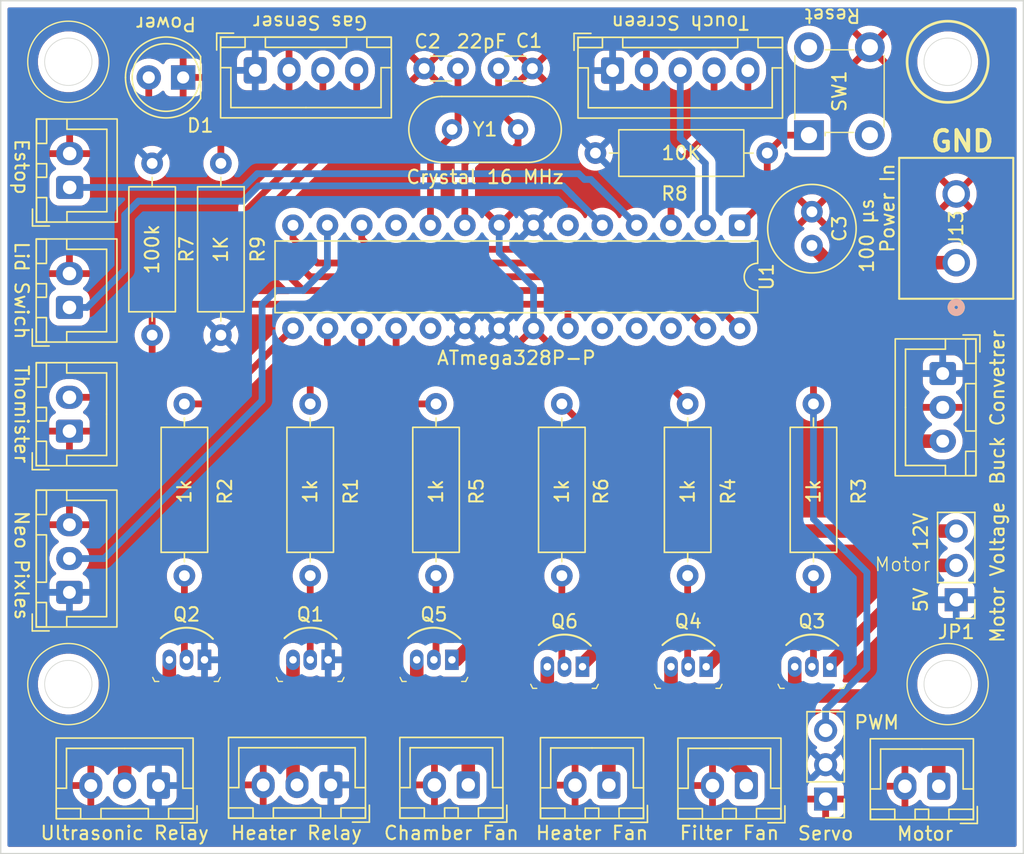
<source format=kicad_pcb>
(kicad_pcb (version 20241229) (generator "pcbnew") (generator_version "9.0")
  (layers (0 "F.Cu" signal) (2 "B.Cu" signal) (13 "F.Paste" user) (15 "B.Paste" user) (5 "F.SilkS" user "F.Silkscreen") (7 "B.SilkS" user "B.Silkscreen") (1 "F.Mask" user) (3 "B.Mask" user) (25 "Edge.Cuts" user))
  (net 0 "")
  (net 1 "Net-(J1-Pin_2)")
  (net 2 "+5V")
  (net 3 "GND")
  (net 4 "+12V")
  (net 5 "A4")
  (net 6 "A5")
  (net 7 "Net-(J4-Pin_1)")
  (net 8 "Net-(J5-Pin_1)")
  (net 9 "Net-(J6-Pin_1)")
  (net 10 "Net-(J7-Pin_1)")
  (net 11 "Net-(J8-Pin_2)")
  (net 12 "Net-(U1-XTAL1{slash}PB6)")
  (net 13 "Net-(U1-XTAL2{slash}PB7)")
  (net 14 "D2")
  (net 15 "Reset")
  (net 16 "TX")
  (net 17 "RX")
  (net 18 "Net-(Q1-B)")
  (net 19 "Net-(Q2-B)")
  (net 20 "Net-(Q3-B)")
  (net 21 "Net-(Q4-B)")
  (net 22 "Net-(Q5-B)")
  (net 23 "Net-(Q6-B)")
  (net 24 "D9")
  (net 25 "D10")
  (net 26 "D7")
  (net 27 "D11")
  (net 28 "D12")
  (net 29 "D8")
  (net 31 "A0")
  (net 35 "D6")
  (net 36 "D3")
  (net 39 "Net-(JP1-C)")
  (net 42 "Net-(D1-A)")
  (footprint "Connector_JST:JST_XH_B3B-XH-A_1x03_P2.50mm_Vertical" (layer "F.Cu") (at 229.633 95.544 -90)
    (property "Reference" "J12" (hide yes))
    (property "Value" "Buck Convetrer" (at 2.5 -4.047 90) (layer "F.SilkS"))
    (pad "1" thru_hole roundrect (at 0 0 270) (size 1.7 1.95) (drill 0.95) (layers "*.Cu" "*.Mask") (roundrect_rratio 0.147059) (net 2 "+5V"))
    (pad "2" thru_hole oval (at 2.5 0 270) (size 1.7 1.95) (drill 0.95) (layers "*.Cu" "*.Mask") (net 3 "GND"))
    (pad "3" thru_hole oval (at 5 0 270) (size 1.7 1.95) (drill 0.95) (layers "*.Cu" "*.Mask") (net 4 "+12V"))
  )
  (footprint "Connector_JST:JST_XH_B2B-XH-A_1x02_P2.50mm_Vertical" (layer "F.Cu") (at 165.083 90.658 90)
    (property "Reference" "J14" (hide yes))
    (property "Value" "Lid Swich" (at 1.25 -3.539 270) (layer "F.SilkS"))
    (pad "1" thru_hole roundrect (at 0 0 90) (size 1.7 2) (drill 1) (layers "*.Cu" "*.Mask") (roundrect_rratio 0.147059) (net 36 "D3"))
    (pad "2" thru_hole oval (at 2.5 0 90) (size 1.7 2) (drill 1) (layers "*.Cu" "*.Mask") (net 3 "GND"))
  )
  (footprint "Connector_JST:JST_XH_B2B-XH-A_1x02_P2.50mm_Vertical" (layer "F.Cu") (at 204.958 125.970002 180)
    (property "Reference" "J7")
    (property "Value" "Heater Fan" (at 1.25 -3.539 0) (layer "F.SilkS"))
    (pad "1" thru_hole roundrect (at 0 0 180) (size 1.7 2) (drill 1) (layers "*.Cu" "*.Mask") (roundrect_rratio 0.147059) (net 10 "Net-(J7-Pin_1)"))
    (pad "2" thru_hole oval (at 2.5 0 180) (size 1.7 2) (drill 1) (layers "*.Cu" "*.Mask") (net 3 "GND"))
  )
  (footprint "Connector_JST:JST_XH_B3B-XH-A_1x03_P2.50mm_Vertical" (layer "F.Cu") (at 184.404 125.953002 180)
    (property "Reference" "J1")
    (property "Value" "Heater Relay" (at 2.54 -3.556 0) (layer "F.SilkS"))
    (pad "1" thru_hole roundrect (at 0 0 180) (size 1.7 1.95) (drill 0.95) (layers "*.Cu" "*.Mask") (roundrect_rratio 0.147059) (net 2 "+5V"))
    (pad "2" thru_hole oval (at 2.5 0 180) (size 1.7 1.95) (drill 0.95) (layers "*.Cu" "*.Mask") (net 1 "Net-(J1-Pin_2)"))
    (pad "3" thru_hole oval (at 5 0 180) (size 1.7 1.95) (drill 0.95) (layers "*.Cu" "*.Mask") (net 3 "GND"))
  )
  (footprint "Connector_JST:JST_XH_B3B-XH-A_1x03_P2.50mm_Vertical" (layer "F.Cu") (at 171.664 126.001 180)
    (property "Reference" "J8")
    (property "Value" "Ultrasonic Relay" (at 2.5 -3.508002 180) (layer "F.SilkS"))
    (pad "1" thru_hole roundrect (at 0 0 180) (size 1.7 1.95) (drill 0.95) (layers "*.Cu" "*.Mask") (roundrect_rratio 0.147059) (net 2 "+5V"))
    (pad "2" thru_hole oval (at 2.5 0 180) (size 1.7 1.95) (drill 0.95) (layers "*.Cu" "*.Mask") (net 11 "Net-(J8-Pin_2)"))
    (pad "3" thru_hole oval (at 5 0 180) (size 1.7 1.95) (drill 0.95) (layers "*.Cu" "*.Mask") (net 3 "GND"))
  )
  (footprint "Connector_JST:JST_XH_B4B-XH-A_1x04_P2.50mm_Vertical" (layer "F.Cu") (at 178.816 73.135)
    (property "Reference" "J3" (hide yes))
    (property "Value" "Gas Senser" (at 4.064 -3.539 180) (layer "F.SilkS"))
    (pad "1" thru_hole roundrect (at 0 0) (size 1.7 1.95) (drill 0.95) (layers "*.Cu" "*.Mask") (roundrect_rratio 0.147059) (net 2 "+5V"))
    (pad "2" thru_hole oval (at 2.5 0) (size 1.7 1.95) (drill 0.95) (layers "*.Cu" "*.Mask") (net 3 "GND"))
    (pad "3" thru_hole oval (at 5 0) (size 1.7 1.95) (drill 0.95) (layers "*.Cu" "*.Mask") (net 5 "A4"))
    (pad "4" thru_hole oval (at 7.5 0) (size 1.7 1.95) (drill 0.95) (layers "*.Cu" "*.Mask") (net 6 "A5"))
  )
  (footprint "Capacitor_THT:C_Disc_D3.0mm_W1.6mm_P2.50mm" (layer "F.Cu") (at 196.804 73)
    (property "Reference" "C1" (at 2.25 -2.05 0) (layer "F.SilkS"))
    (property "Value" "22pF" (hide yes))
    (pad "1" thru_hole circle (at 0 0) (size 1.6 1.6) (drill 0.8) (layers "*.Cu" "*.Mask") (net 12 "Net-(U1-XTAL1{slash}PB6)"))
    (pad "2" thru_hole circle (at 2.5 0) (size 1.6 1.6) (drill 0.8) (layers "*.Cu" "*.Mask") (net 3 "GND"))
  )
  (footprint "digikey-footprints:2n2222" (layer "F.Cu") (at 181.61 116.707)
    (property "Reference" "Q1" (at 1.27 -3.35 0) (layer "F.SilkS"))
    (property "Value" "2N2222A")
    (pad "1" thru_hole rect (at 2.6 0 180) (size 1 1.5) (drill 0.55) (layers "*.Cu" "*.Mask") (net 2 "+5V"))
    (pad "2" thru_hole oval (at 1.27 0 180) (size 1 1.5) (drill 0.55) (layers "*.Cu" "*.Mask") (net 18 "Net-(Q1-B)"))
    (pad "3" thru_hole oval (at 0 0 180) (size 1 1.5) (drill 0.55) (layers "*.Cu" "*.Mask") (net 1 "Net-(J1-Pin_2)"))
  )
  (footprint "Crystal:Crystal_HC49-4H_Vertical" (layer "F.Cu") (at 193.364 77.5)
    (property "Reference" "Y1" (at 2.44 0 0) (layer "F.SilkS"))
    (property "Value" "Crystal 16 MHz" (at 2.44 3.52 0) (layer "F.SilkS"))
    (pad "1" thru_hole circle (at 0 0) (size 1.5 1.5) (drill 0.8) (layers "*.Cu" "*.Mask") (net 13 "Net-(U1-XTAL2{slash}PB7)"))
    (pad "2" thru_hole circle (at 4.88 0) (size 1.5 1.5) (drill 0.8) (layers "*.Cu" "*.Mask") (net 12 "Net-(U1-XTAL1{slash}PB6)"))
  )
  (footprint "Resistor_THT:R_Axial_DIN0309_L9.0mm_D3.2mm_P12.70mm_Horizontal" (layer "F.Cu") (at 182.88 110.49 90)
    (property "Reference" "R1" (at 6.234 3 90) (layer "F.SilkS"))
    (property "Value" "1k" (at 6.234 0 90) (layer "F.SilkS"))
    (pad "1" thru_hole circle (at 0 0 90) (size 1.6 1.6) (drill 0.8) (layers "*.Cu" "*.Mask") (net 18 "Net-(Q1-B)"))
    (pad "2" thru_hole circle (at 12.7 0 90) (size 1.6 1.6) (drill 0.8) (layers "*.Cu" "*.Mask") (net 25 "D10"))
  )
  (footprint "Package_DIP:DIP-28_W7.62mm" (layer "F.Cu") (at 214.63 84.587 -90)
    (property "Reference" "U1" (hide yes))
    (property "Value" "ATmega328P-P" (at 9.805 16.51 180) (layer "F.SilkS"))
    (fp_text user "${REFERENCE}" (at 3.805 -1.99 90) (layer "F.SilkS"))
    (pad "1" thru_hole roundrect (at 0 0 270) (size 1.6 1.6) (drill 0.8) (layers "*.Cu" "*.Mask") (roundrect_rratio 0.15625) (net 15 "Reset"))
    (pad "2" thru_hole circle (at 0 2.54 270) (size 1.6 1.6) (drill 0.8) (layers "*.Cu" "*.Mask") (net 17 "RX"))
    (pad "3" thru_hole circle (at 0 5.08 270) (size 1.6 1.6) (drill 0.8) (layers "*.Cu" "*.Mask") (net 16 "TX"))
    (pad "4" thru_hole circle (at 0 7.62 270) (size 1.6 1.6) (drill 0.8) (layers "*.Cu" "*.Mask") (net 14 "D2"))
    (pad "5" thru_hole circle (at 0 10.16 270) (size 1.6 1.6) (drill 0.8) (layers "*.Cu" "*.Mask") (net 36 "D3"))
    (pad "6" thru_hole circle (at 0 12.7 270) (size 1.6 1.6) (drill 0.8) (layers "*.Cu" "*.Mask"))
    (pad "7" thru_hole circle (at 0 15.24 270) (size 1.6 1.6) (drill 0.8) (layers "*.Cu" "*.Mask") (net 2 "+5V"))
    (pad "8" thru_hole circle (at 0 17.78 270) (size 1.6 1.6) (drill 0.8) (layers "*.Cu" "*.Mask") (net 3 "GND"))
    (pad "9" thru_hole circle (at 0 20.32 270) (size 1.6 1.6) (drill 0.8) (layers "*.Cu" "*.Mask") (net 12 "Net-(U1-XTAL1{slash}PB6)"))
    (pad "10" thru_hole circle (at 0 22.86 270) (size 1.6 1.6) (drill 0.8) (layers "*.Cu" "*.Mask") (net 13 "Net-(U1-XTAL2{slash}PB7)"))
    (pad "11" thru_hole circle (at 0 25.4 270) (size 1.6 1.6) (drill 0.8) (layers "*.Cu" "*.Mask"))
    (pad "12" thru_hole circle (at 0 27.94 270) (size 1.6 1.6) (drill 0.8) (layers "*.Cu" "*.Mask") (net 35 "D6"))
    (pad "13" thru_hole circle (at 0 30.48 270) (size 1.6 1.6) (drill 0.8) (layers "*.Cu" "*.Mask") (net 26 "D7"))
    (pad "14" thru_hole circle (at 0 33.02 270) (size 1.6 1.6) (drill 0.8) (layers "*.Cu" "*.Mask") (net 29 "D8"))
    (pad "15" thru_hole circle (at 7.62 33.02 270) (size 1.6 1.6) (drill 0.8) (layers "*.Cu" "*.Mask") (net 24 "D9"))
    (pad "16" thru_hole circle (at 7.62 30.48 270) (size 1.6 1.6) (drill 0.8) (layers "*.Cu" "*.Mask") (net 25 "D10"))
    (pad "17" thru_hole circle (at 7.62 27.94 270) (size 1.6 1.6) (drill 0.8) (layers "*.Cu" "*.Mask") (net 27 "D11"))
    (pad "18" thru_hole circle (at 7.62 25.4 270) (size 1.6 1.6) (drill 0.8) (layers "*.Cu" "*.Mask") (net 28 "D12"))
    (pad "19" thru_hole circle (at 7.62 22.86 270) (size 1.6 1.6) (drill 0.8) (layers "*.Cu" "*.Mask"))
    (pad "20" thru_hole circle (at 7.62 20.32 270) (size 1.6 1.6) (drill 0.8) (layers "*.Cu" "*.Mask") (net 2 "+5V"))
    (pad "21" thru_hole circle (at 7.62 17.78 270) (size 1.6 1.6) (drill 0.8) (layers "*.Cu" "*.Mask") (net 2 "+5V"))
    (pad "22" thru_hole circle (at 7.62 15.24 270) (size 1.6 1.6) (drill 0.8) (layers "*.Cu" "*.Mask") (net 3 "GND"))
    (pad "23" thru_hole circle (at 7.62 12.7 270) (size 1.6 1.6) (drill 0.8) (layers "*.Cu" "*.Mask") (net 31 "A0"))
    (pad "24" thru_hole circle (at 7.62 10.16 270) (size 1.6 1.6) (drill 0.8) (layers "*.Cu" "*.Mask"))
    (pad "25" thru_hole circle (at 7.62 7.62 270) (size 1.6 1.6) (drill 0.8) (layers "*.Cu" "*.Mask"))
    (pad "26" thru_hole circle (at 7.62 5.08 270) (size 1.6 1.6) (drill 0.8) (layers "*.Cu" "*.Mask"))
    (pad "27" thru_hole circle (at 7.62 2.54 270) (size 1.6 1.6) (drill 0.8) (layers "*.Cu" "*.Mask") (net 5 "A4"))
    (pad "28" thru_hole circle (at 7.62 0 270) (size 1.6 1.6) (drill 0.8) (layers "*.Cu" "*.Mask") (net 6 "A5"))
  )
  (footprint "digikey-footprints:2n2222" (layer "F.Cu") (at 190.754 116.707)
    (property "Reference" "Q5" (at 1.27 -3.35 0) (layer "F.SilkS"))
    (property "Value" "2N2222A")
    (pad "1" thru_hole rect (at 2.6 0 180) (size 1 1.5) (drill 0.55) (layers "*.Cu" "*.Mask") (net 4 "+12V"))
    (pad "2" thru_hole oval (at 1.27 0 180) (size 1 1.5) (drill 0.55) (layers "*.Cu" "*.Mask") (net 22 "Net-(Q5-B)"))
    (pad "3" thru_hole oval (at 0 0 180) (size 1 1.5) (drill 0.55) (layers "*.Cu" "*.Mask") (net 9 "Net-(J6-Pin_1)"))
  )
  (footprint "digikey-footprints:2n2222" (layer "F.Cu") (at 200.406 117.215)
    (property "Reference" "Q6" (at 1.27 -3.35 0) (layer "F.SilkS"))
    (property "Value" "2N2222A")
    (pad "1" thru_hole rect (at 2.6 0 180) (size 1 1.5) (drill 0.55) (layers "*.Cu" "*.Mask") (net 4 "+12V"))
    (pad "2" thru_hole oval (at 1.27 0 180) (size 1 1.5) (drill 0.55) (layers "*.Cu" "*.Mask") (net 23 "Net-(Q6-B)"))
    (pad "3" thru_hole oval (at 0 0 180) (size 1 1.5) (drill 0.55) (layers "*.Cu" "*.Mask") (net 10 "Net-(J7-Pin_1)"))
  )
  (footprint "digikey-footprints:Switch_Tactile_THT_6x6mm" (layer "F.Cu") (at 219.746 77.926 90)
    (property "Reference" "SW1" (at 3.25 2.25 90) (layer "F.SilkS"))
    (property "Value" "Reset" (at 8.838 1.75 180) (layer "F.SilkS"))
    (pad "1" thru_hole rect (at 0 0 90) (size 2.2 2.2) (drill 1.2) (layers "*.Cu" "*.Mask") (net 15 "Reset"))
    (pad "2" thru_hole circle (at 6.5 0 90) (size 2.2 2.2) (drill 1.2) (layers "*.Cu" "*.Mask"))
    (pad "3" thru_hole circle (at 0 4.5 90) (size 2.2 2.2) (drill 1.2) (layers "*.Cu" "*.Mask"))
    (pad "4" thru_hole circle (at 6.5 4.5 90) (size 2.2 2.2) (drill 1.2) (layers "*.Cu" "*.Mask") (net 3 "GND"))
  )
  (footprint "Capacitor_THT:C_Disc_D3.0mm_W1.6mm_P2.50mm" (layer "F.Cu") (at 193.804 73 180)
    (property "Reference" "C2" (at 2.25 2 0) (layer "F.SilkS"))
    (property "Value" "22pF" (at -1.75 2 0) (layer "F.SilkS"))
    (pad "1" thru_hole circle (at 0 0 180) (size 1.6 1.6) (drill 0.8) (layers "*.Cu" "*.Mask") (net 13 "Net-(U1-XTAL2{slash}PB7)"))
    (pad "2" thru_hole circle (at 2.5 0 180) (size 1.6 1.6) (drill 0.8) (layers "*.Cu" "*.Mask") (net 3 "GND"))
  )
  (footprint "Connector_JST:JST_XH_B2B-XH-A_1x02_P2.50mm_Vertical" (layer "F.Cu") (at 194.564 125.953002 180)
    (property "Reference" "J6")
    (property "Value" "Chamber Fan" (at 1.25 -3.556 0) (layer "F.SilkS"))
    (pad "1" thru_hole roundrect (at 0 0 180) (size 1.7 2) (drill 1) (layers "*.Cu" "*.Mask") (roundrect_rratio 0.147059) (net 9 "Net-(J6-Pin_1)"))
    (pad "2" thru_hole oval (at 2.5 0 180) (size 1.7 2) (drill 1) (layers "*.Cu" "*.Mask") (net 3 "GND"))
  )
  (footprint "Resistor_THT:R_Axial_DIN0309_L9.0mm_D3.2mm_P12.70mm_Horizontal" (layer "F.Cu") (at 220.08 110.49 90)
    (property "Reference" "R3" (at 6.234 3.344144 90) (layer "F.SilkS"))
    (property "Value" "1k" (at 6.234 0 90) (layer "F.SilkS"))
    (pad "1" thru_hole circle (at 0 0 90) (size 1.6 1.6) (drill 0.8) (layers "*.Cu" "*.Mask") (net 20 "Net-(Q3-B)"))
    (pad "2" thru_hole circle (at 12.7 0 90) (size 1.6 1.6) (drill 0.8) (layers "*.Cu" "*.Mask") (net 35 "D6"))
  )
  (footprint "Resistor_THT:R_Axial_DIN0309_L9.0mm_D3.2mm_P12.70mm_Horizontal" (layer "F.Cu") (at 201.48 110.49 90)
    (property "Reference" "R6" (at 6.234 2.90473 90) (layer "F.SilkS"))
    (property "Value" "1k" (at 6.234 0 90) (layer "F.SilkS"))
    (pad "1" thru_hole circle (at 0 0 90) (size 1.6 1.6) (drill 0.8) (layers "*.Cu" "*.Mask") (net 23 "Net-(Q6-B)"))
    (pad "2" thru_hole circle (at 12.7 0 90) (size 1.6 1.6) (drill 0.8) (layers "*.Cu" "*.Mask") (net 29 "D8"))
  )
  (footprint "Connector_JST:JST_XH_B3B-XH-A_1x03_P2.50mm_Vertical" (layer "F.Cu") (at 165.083 111.72 90)
    (property "Reference" "J2" (hide yes))
    (property "Value" "Neo Pixles" (at 1.992 -3.539 270) (layer "F.SilkS"))
    (pad "1" thru_hole roundrect (at 0 0 90) (size 1.7 1.95) (drill 0.95) (layers "*.Cu" "*.Mask") (roundrect_rratio 0.147059) (net 2 "+5V"))
    (pad "2" thru_hole oval (at 2.5 0 90) (size 1.7 1.95) (drill 0.95) (layers "*.Cu" "*.Mask") (net 26 "D7"))
    (pad "3" thru_hole oval (at 5 0 90) (size 1.7 1.95) (drill 0.95) (layers "*.Cu" "*.Mask") (net 3 "GND"))
  )
  (footprint "LED_THT:LED_D5.0mm" (layer "F.Cu") (at 173.487 73.66 180)
    (property "Reference" "D1" (at -1.265 -3.556 0) (layer "F.SilkS"))
    (property "Value" "Power" (at 1.27 3.96 180) (layer "F.SilkS"))
    (pad "1" thru_hole rect (at 0 0 180) (size 1.8 1.8) (drill 0.9) (layers "*.Cu" "*.Mask") (net 3 "GND"))
    (pad "2" thru_hole circle (at 2.54 0 180) (size 1.8 1.8) (drill 0.9) (layers "*.Cu" "*.Mask") (net 42 "Net-(D1-A)"))
  )
  (footprint "Connector_PinHeader_2.54mm:PinHeader_1x03_P2.54mm_Vertical" (layer "F.Cu") (at 230.632 112.268 180)
    (property "Reference" "JP1" (at 0 -2.38 0) (layer "F.SilkS"))
    (property "Value" "Motor Voltage" (at -3.048 2.04 90) (layer "F.SilkS"))
    (pad "1" thru_hole rect (at 0 0 180) (size 1.7 1.7) (drill 1) (layers "*.Cu" "*.Mask") (net 2 "+5V"))
    (pad "2" thru_hole circle (at 0 2.54 180) (size 1.7 1.7) (drill 1) (layers "*.Cu" "*.Mask") (net 39 "Net-(JP1-C)"))
    (pad "3" thru_hole circle (at 0 5.08 180) (size 1.7 1.7) (drill 1) (layers "*.Cu" "*.Mask") (net 4 "+12V"))
  )
  (footprint "digikey-footprints:2n2222" (layer "F.Cu") (at 172.466 116.707)
    (property "Reference" "Q2" (at 1.27 -3.35 0) (layer "F.SilkS"))
    (property "Value" "2N2222A")
    (pad "1" thru_hole rect (at 2.6 0 180) (size 1 1.5) (drill 0.55) (layers "*.Cu" "*.Mask") (net 2 "+5V"))
    (pad "2" thru_hole oval (at 1.27 0 180) (size 1 1.5) (drill 0.55) (layers "*.Cu" "*.Mask") (net 19 "Net-(Q2-B)"))
    (pad "3" thru_hole oval (at 0 0 180) (size 1 1.5) (drill 0.55) (layers "*.Cu" "*.Mask") (net 11 "Net-(J8-Pin_2)"))
  )
  (footprint "Capacitor_THT:C_Radial_D6.3mm_H7.0mm_P2.50mm" (layer "F.Cu") (at 219.964 83.586 -90)
    (property "Reference" "C3" (at 1.25 -2.032 270) (layer "F.SilkS"))
    (property "Value" "100 μs" (at 1.758 -4.064 270) (layer "F.SilkS"))
    (pad "1" thru_hole circle (at 0 0 270) (size 1.6 1.6) (drill 0.8) (layers "*.Cu" "*.Mask") (net 3 "GND"))
    (pad "2" thru_hole circle (at 2.5 0 270) (size 1.6 1.6) (drill 0.8) (layers "*.Cu" "*.Mask") (net 4 "+12V"))
  )
  (footprint "Connector_JST:JST_XH_B2B-XH-A_1x02_P2.50mm_Vertical" (layer "F.Cu") (at 215.118 126.001 180)
    (property "Reference" "J5")
    (property "Value" "Filter Fan" (at 1.25 -3.508002 0) (layer "F.SilkS"))
    (pad "1" thru_hole roundrect (at 0 0 180) (size 1.7 2) (drill 1) (layers "*.Cu" "*.Mask") (roundrect_rratio 0.147059) (net 8 "Net-(J5-Pin_1)"))
    (pad "2" thru_hole oval (at 2.5 0 180) (size 1.7 2) (drill 1) (layers "*.Cu" "*.Mask") (net 3 "GND"))
  )
  (footprint "Resistor_THT:R_Axial_DIN0309_L9.0mm_D3.2mm_P12.70mm_Horizontal" (layer "F.Cu") (at 173.58 110.49 90)
    (property "Reference" "R2" (at 6.234 3 90) (layer "F.SilkS"))
    (property "Value" "1k" (at 6.234 0 90) (layer "F.SilkS"))
    (pad "1" thru_hole circle (at 0 0 90) (size 1.6 1.6) (drill 0.8) (layers "*.Cu" "*.Mask") (net 19 "Net-(Q2-B)"))
    (pad "2" thru_hole circle (at 12.7 0 90) (size 1.6 1.6) (drill 0.8) (layers "*.Cu" "*.Mask") (net 24 "D9"))
  )
  (footprint "digikey-footprints:2n2222" (layer "F.Cu") (at 209.55 117.215)
    (property "Reference" "Q4" (at 1.27 -3.35 0) (layer "F.SilkS"))
    (property "Value" "2N2222A")
    (pad "1" thru_hole rect (at 2.6 0 180) (size 1 1.5) (drill 0.55) (layers "*.Cu" "*.Mask") (net 4 "+12V"))
    (pad "2" thru_hole oval (at 1.27 0 180) (size 1 1.5) (drill 0.55) (layers "*.Cu" "*.Mask") (net 21 "Net-(Q4-B)"))
    (pad "3" thru_hole oval (at 0 0 180) (size 1 1.5) (drill 0.55) (layers "*.Cu" "*.Mask") (net 8 "Net-(J5-Pin_1)"))
  )
  (footprint "Resistor_THT:R_Axial_DIN0309_L9.0mm_D3.2mm_P12.70mm_Horizontal" (layer "F.Cu") (at 171.196 92.71 90)
    (property "Reference" "R7" (at 6.35 2.54 90) (layer "F.SilkS"))
    (property "Value" "100k" (at 6.35 0 90) (layer "F.SilkS"))
    (pad "1" thru_hole circle (at 0 0 90) (size 1.6 1.6) (drill 0.8) (layers "*.Cu" "*.Mask") (net 31 "A0"))
    (pad "2" thru_hole circle (at 12.7 0 90) (size 1.6 1.6) (drill 0.8) (layers "*.Cu" "*.Mask") (net 2 "+5V"))
  )
  (footprint "Connector_JST:JST_XH_B2B-XH-A_1x02_P2.50mm_Vertical" (layer "F.Cu") (at 229.342 126.051998 180)
    (property "Reference" "J4")
    (property "Value" "Motor" (at 1.016 -3.508002 0) (layer "F.SilkS"))
    (pad "1" thru_hole roundrect (at 0 0 180) (size 1.7 2) (drill 1) (layers "*.Cu" "*.Mask") (roundrect_rratio 0.147059) (net 7 "Net-(J4-Pin_1)"))
    (pad "2" thru_hole oval (at 2.5 0 180) (size 1.7 2) (drill 1) (layers "*.Cu" "*.Mask") (net 3 "GND"))
  )
  (footprint "Resistor_THT:R_Axial_DIN0309_L9.0mm_D3.2mm_P12.70mm_Horizontal" (layer "F.Cu") (at 192.18 110.49 90)
    (property "Reference" "R5" (at 6.234 3 90) (layer "F.SilkS"))
    (property "Value" "1k" (at 6.234 0 90) (layer "F.SilkS"))
    (pad "1" thru_hole circle (at 0 0 90) (size 1.6 1.6) (drill 0.8) (layers "*.Cu" "*.Mask") (net 22 "Net-(Q5-B)"))
    (pad "2" thru_hole circle (at 12.7 0 90) (size 1.6 1.6) (drill 0.8) (layers "*.Cu" "*.Mask") (net 27 "D11"))
  )
  (footprint "Connector_PinHeader_2.54mm:PinHeader_1x03_P2.54mm_Vertical" (layer "F.Cu") (at 220.98 127 180)
    (property "Reference" "J15" (hide yes))
    (property "Value" "Servo" (at 0 -2.54 0) (layer "F.SilkS"))
    (pad "1" thru_hole rect (at 0 0 180) (size 1.7 1.7) (drill 1) (layers "*.Cu" "*.Mask") (net 3 "GND"))
    (pad "2" thru_hole circle (at 0 2.54 180) (size 1.7 1.7) (drill 1) (layers "*.Cu" "*.Mask") (net 2 "+5V"))
    (pad "3" thru_hole circle (at 0 5.08 180) (size 1.7 1.7) (drill 1) (layers "*.Cu" "*.Mask") (net 35 "D6"))
  )
  (footprint "Connector_JST:JST_XH_B5B-XH-A_1x05_P2.50mm_Vertical" (layer "F.Cu") (at 205.232 73.152)
    (property "Reference" "J11" (hide yes))
    (property "Value" "Touch Screen" (at 5 -3.556 180) (layer "F.SilkS"))
    (pad "1" thru_hole roundrect (at 0 0) (size 1.7 1.95) (drill 0.95) (layers "*.Cu" "*.Mask") (roundrect_rratio 0.147059) (net 2 "+5V"))
    (pad "2" thru_hole oval (at 2.5 0) (size 1.7 1.95) (drill 0.95) (layers "*.Cu" "*.Mask") (net 3 "GND"))
    (pad "3" thru_hole oval (at 5 0) (size 1.7 1.95) (drill 0.95) (layers "*.Cu" "*.Mask") (net 17 "RX"))
    (pad "4" thru_hole oval (at 7.5 0) (size 1.7 1.95) (drill 0.95) (layers "*.Cu" "*.Mask") (net 16 "TX"))
    (pad "5" thru_hole oval (at 10 0) (size 1.7 1.95) (drill 0.95) (layers "*.Cu" "*.Mask") (net 15 "Reset"))
  )
  (footprint "Connector_JST:JST_XH_B2B-XH-A_1x02_P2.50mm_Vertical" (layer "F.Cu") (at 165.083 99.802 90)
    (property "Reference" "J9" (hide yes))
    (property "Value" "Thomister" (at 1.25 -3.539 270) (layer "F.SilkS"))
    (pad "1" thru_hole roundrect (at 0 0 90) (size 1.7 2) (drill 1) (layers "*.Cu" "*.Mask") (roundrect_rratio 0.147059) (net 3 "GND"))
    (pad "2" thru_hole oval (at 2.5 0 90) (size 1.7 2) (drill 1) (layers "*.Cu" "*.Mask") (net 31 "A0"))
  )
  (footprint "Resistor_THT:R_Axial_DIN0309_L9.0mm_D3.2mm_P12.70mm_Horizontal" (layer "F.Cu") (at 176.276 80.01 -90)
    (property "Reference" "R9" (at 6.35 -2.72 90) (layer "F.SilkS"))
    (property "Value" "1K" (at 6.35 0 90) (layer "F.SilkS"))
    (pad "1" thru_hole circle (at 0 0 270) (size 1.6 1.6) (drill 0.8) (layers "*.Cu" "*.Mask") (net 42 "Net-(D1-A)"))
    (pad "2" thru_hole circle (at 12.7 0 270) (size 1.6 1.6) (drill 0.8) (layers "*.Cu" "*.Mask") (net 2 "+5V"))
  )
  (footprint "Resistor_THT:R_Axial_DIN0309_L9.0mm_D3.2mm_P12.70mm_Horizontal" (layer "F.Cu") (at 210.78 110.49 90)
    (property "Reference" "R4" (at 6.234 3 90) (layer "F.SilkS"))
    (property "Value" "1k" (at 6.234 0 90) (layer "F.SilkS"))
    (pad "1" thru_hole circle (at 0 0 90) (size 1.6 1.6) (drill 0.8) (layers "*.Cu" "*.Mask") (net 21 "Net-(Q4-B)"))
    (pad "2" thru_hole circle (at 12.7 0 90) (size 1.6 1.6) (drill 0.8) (layers "*.Cu" "*.Mask") (net 28 "D12"))
  )
  (footprint "Connector_JST:JST_XH_B2B-XH-A_1x02_P2.50mm_Vertical" (layer "F.Cu") (at 165.1 81.788 90)
    (property "Reference" "J10" (hide yes))
    (property "Value" "Estop" (at 1.524 -3.556 270) (layer "F.SilkS"))
    (pad "1" thru_hole roundrect (at 0 0 90) (size 1.7 2) (drill 1) (layers "*.Cu" "*.Mask") (roundrect_rratio 0.147059) (net 14 "D2"))
    (pad "2" thru_hole oval (at 2.5 0 90) (size 1.7 2) (drill 1) (layers "*.Cu" "*.Mask") (net 3 "GND"))
  )
  (footprint "Resistor_THT:R_Axial_DIN0309_L9.0mm_D3.2mm_P12.70mm_Horizontal" (layer "F.Cu") (at 216.662 79.248 180)
    (property "Reference" "R8" (at 6.85 -3 0) (layer "F.SilkS"))
    (property "Value" "10K" (at 6.35 0 0) (layer "F.SilkS"))
    (pad "1" thru_hole circle (at 0 0 180) (size 1.6 1.6) (drill 0.8) (layers "*.Cu" "*.Mask") (net 15 "Reset"))
    (pad "2" thru_hole circle (at 12.7 0 180) (size 1.6 1.6) (drill 0.8) (layers "*.Cu" "*.Mask") (net 2 "+5V"))
  )
  (footprint "digikey-footprints:2n2222" (layer "F.Cu") (at 218.694 117.215)
    (property "Reference" "Q3" (at 1.27 -3.35 0) (layer "F.SilkS"))
    (property "Value" "2N2222A")
    (pad "1" thru_hole rect (at 2.6 0 180) (size 1 1.5) (drill 0.55) (layers "*.Cu" "*.Mask") (net 39 "Net-(JP1-C)"))
    (pad "2" thru_hole oval (at 1.27 0 180) (size 1 1.5) (drill 0.55) (layers "*.Cu" "*.Mask") (net 20 "Net-(Q3-B)"))
    (pad "3" thru_hole oval (at 0 0 180) (size 1 1.5) (drill 0.55) (layers "*.Cu" "*.Mask") (net 7 "Net-(J4-Pin_1)"))
  )
  (footprint "footprints:282837-2_TYC" (layer "F.Cu") (at 230.632 87.3506 90)
    (property "Reference" "J13" (at 2.54 0 90) (layer "F.SilkS"))
    (property "Value" "Power In" (at 4.0386 -5.08 90) (layer "F.SilkS"))
    (pad "1" thru_hole circle (at 0 0 90) (size 2.032 2.032) (drill 1.27) (layers "*.Cu" "*.Mask") (net 4 "+12V"))
    (pad "2" thru_hole circle (at 5.08 0 90) (size 2.032 2.032) (drill 1.27) (layers "*.Cu" "*.Mask") (net 3 "GND"))
  )
  (gr_circle (center 165 72.5) (end 168 72.5) (stroke (width 0.1)) (fill no) (layer "F.SilkS"))
  (gr_circle (center 230 72.5) (end 233 72.5) (stroke (width 0.2)) (fill no) (layer "F.SilkS"))
  (gr_circle (center 165 118.5) (end 168 118.5) (stroke (width 0.1)) (fill no) (layer "F.SilkS"))
  (gr_circle (center 230 118.5) (end 233 118.5) (stroke (width 0.1)) (fill no) (layer "F.SilkS"))
  (gr_circle (center 230 118.5) (end 231.75 118.5) (stroke (width 0.05)) (fill no) (layer "Edge.Cuts"))
  (gr_circle (center 165 118.5) (end 166.75 118.5) (stroke (width 0.05)) (fill no) (layer "Edge.Cuts"))
  (gr_circle (center 230 72.5) (end 231.75 72.5) (stroke (width 0.05)) (fill no) (layer "Edge.Cuts"))
  (gr_circle (center 165 72.5) (end 166.75 72.5) (stroke (width 0.05)) (fill no) (layer "Edge.Cuts"))
  (gr_rect (start 160 67.984) (end 235.596 131.032) (stroke (width 0.1)) (fill no) (layer "Edge.Cuts"))
  (gr_text "PWM" (at 223.012 121.92 0) (layer "F.SilkS") (effects (font (size 1 1)) (justify left bottom)))
  (gr_text "Motor" (at 224.536 110.236 0) (layer "F.SilkS") (effects (font (size 1 1) (thickness 0.1)) (justify left bottom)))
  (gr_text "5V" (at 228.6 113.284 90) (layer "F.SilkS") (effects (font (size 1 1)) (justify left bottom)))
  (gr_text "12V" (at 228.6 108.712 90) (layer "F.SilkS") (effects (font (size 1 1)) (justify left bottom)))
  (gr_text "GND" (at 228.6 79.248 0) (layer "F.SilkS") (effects (font (size 1.5 1.5) (thickness 0.3) (bold yes)) (justify left bottom)))
  (segment (start 181.61 125.659002) (end 181.61 116.707) (width 1) (layer "F.Cu") (net 1))
  (segment (start 181.904 125.953002) (end 181.61 125.659002) (width 1) (layer "F.Cu") (net 1))
  (segment (start 199.39 89.154) (end 199.39 92.207) (width 0.5) (layer "B.Cu") (net 3))
  (segment (start 196.85 86.614) (end 199.39 89.154) (width 0.5) (layer "B.Cu") (net 3))
  (segment (start 196.85 84.587) (end 196.85 86.614) (width 0.5) (layer "B.Cu") (net 3))
  (segment (start 207.772 112.268) (end 207.772 107.188) (width 1) (layer "F.Cu") (net 4))
  (segment (start 203.006 117.034) (end 203.006 117.215) (width 1) (layer "F.Cu") (net 4))
  (segment (start 226.1 100.544) (end 226.06 100.584) (width 1) (layer "F.Cu") (net 4))
  (segment (start 222.827001 107.188) (end 215.392 107.188) (width 1) (layer "F.Cu") (net 4))
  (segment (start 198.12 112.268) (end 198.12 107.188) (width 1) (layer "F.Cu") (net 4))
  (segment (start 215.392 107.188) (end 215.392 113.973) (width 1) (layer "F.Cu") (net 4))
  (segment (start 215.392 113.973) (end 212.15 117.215) (width 1) (layer "F.Cu") (net 4))
  (segment (start 226.0854 87.3506) (end 226.06 87.376) (width 1) (layer "F.Cu") (net 4))
  (segment (start 229.633 100.544) (end 226.1 100.544) (width 1) (layer "F.Cu") (net 4))
  (segment (start 226.06 87.376) (end 226.06 100.584) (width 1) (layer "F.Cu") (net 4))
  (segment (start 230.632 87.3506) (end 226.0854 87.3506) (width 1) (layer "F.Cu") (net 4))
  (segment (start 198.12 107.188) (end 207.772 107.188) (width 1) (layer "F.Cu") (net 4))
  (segment (start 226.06 100.584) (end 226.06 107.188) (width 1) (layer "F.Cu") (net 4))
  (segment (start 215.392 107.188) (end 207.772 107.188) (width 1) (layer "F.Cu") (net 4))
  (segment (start 226.06 87.376) (end 221.254 87.376) (width 1) (layer "F.Cu") (net 4))
  (segment (start 207.772 112.268) (end 203.006 117.034) (width 1) (layer "F.Cu") (net 4))
  (segment (start 193.681 116.707) (end 193.354 116.707) (width 1) (layer "F.Cu") (net 4))
  (segment (start 230.632 107.188) (end 226.06 107.188) (width 1) (layer "F.Cu") (net 4))
  (segment (start 198.12 112.268) (end 193.681 116.707) (width 1) (layer "F.Cu") (net 4))
  (segment (start 226.06 107.188) (end 223.012 107.188) (width 1) (layer "F.Cu") (net 4))
  (segment (start 221.254 87.376) (end 219.964 86.086) (width 1) (layer "F.Cu") (net 4))
  (segment (start 178.308 83.312) (end 178.308 85.344) (width 0.5) (layer "F.Cu") (net 5))
  (segment (start 209.291 89.408) (end 212.09 92.207) (width 0.5) (layer "F.Cu") (net 5))
  (segment (start 183.816 73.135) (end 183.816 77.804) (width 0.5) (layer "F.Cu") (net 5))
  (segment (start 183.816 77.804) (end 178.308 83.312) (width 0.5) (layer "F.Cu") (net 5))
  (segment (start 178.308 85.344) (end 182.372 89.408) (width 0.5) (layer "F.Cu") (net 5))
  (segment (start 182.372 89.408) (end 209.291 89.408) (width 0.5) (layer "F.Cu") (net 5))
  (segment (start 179.324 84.836) (end 179.324 83.82) (width 0.5) (layer "F.Cu") (net 6))
  (segment (start 186.316 76.828) (end 186.316 73.135) (width 0.5) (layer "F.Cu") (net 6))
  (segment (start 179.324 83.82) (end 186.316 76.828) (width 0.5) (layer "F.Cu") (net 6))
  (segment (start 182.88 88.392) (end 179.324 84.836) (width 0.5) (layer "F.Cu") (net 6))
  (segment (start 214.63 92.207) (end 210.815 88.392) (width 0.5) (layer "F.Cu") (net 6))
  (segment (start 210.815 88.392) (end 182.88 88.392) (width 0.5) (layer "F.Cu") (net 6))
  (segment (start 224.536 119.38) (end 219.609 119.38) (width 1) (layer "F.Cu") (net 7))
  (segment (start 219.609 119.38) (end 218.694 118.465) (width 1) (layer "F.Cu") (net 7))
  (segment (start 218.694 118.465) (end 218.694 117.215) (width 1) (layer "F.Cu") (net 7))
  (segment (start 229.342 126.051998) (end 229.342 124.186) (width 1) (layer "F.Cu") (net 7))
  (segment (start 229.342 124.186) (end 224.536 119.38) (width 1) (layer "F.Cu") (net 7))
  (segment (start 215.118 125.202) (end 209.55 119.634) (width 1) (layer "F.Cu") (net 8))
  (segment (start 209.55 119.634) (end 209.55 117.215) (width 1) (layer "F.Cu") (net 8))
  (segment (start 215.118 126.001) (end 215.118 125.202) (width 1) (layer "F.Cu") (net 8))
  (segment (start 190.754 119.634) (end 190.754 116.707) (width 1) (layer "F.Cu") (net 9))
  (segment (start 194.564 123.444) (end 190.754 119.634) (width 1) (layer "F.Cu") (net 9))
  (segment (start 194.564 125.953002) (end 194.564 123.444) (width 1) (layer "F.Cu") (net 9))
  (segment (start 204.958 125.970002) (end 204.958 123.678) (width 1) (layer "F.Cu") (net 10))
  (segment (start 204.958 123.678) (end 200.406 119.126) (width 1) (layer "F.Cu") (net 10))
  (segment (start 200.406 119.126) (end 200.406 117.215) (width 1) (layer "F.Cu") (net 10))
  (segment (start 172.466 120.65) (end 172.466 116.707) (width 1) (layer "F.Cu") (net 11))
  (segment (start 169.164 123.952) (end 172.466 120.65) (width 1) (layer "F.Cu") (net 11))
  (segment (start 169.164 126.001) (end 169.164 123.952) (width 1) (layer "F.Cu") (net 11))
  (segment (start 196.804 73) (end 196.804 76.06) (width 0.5) (layer "F.Cu") (net 12))
  (segment (start 196.804 76.06) (end 198.244 77.5) (width 0.5) (layer "F.Cu") (net 12))
  (segment (start 198.244 77.5) (end 198.244 78.616) (width 0.5) (layer "F.Cu") (net 12))
  (segment (start 194.31 80.01) (end 194.31 84.587) (width 0.5) (layer "F.Cu") (net 12))
  (segment (start 198.244 78.616) (end 197.612 79.248) (width 0.5) (layer "F.Cu") (net 12))
  (segment (start 197.612 79.248) (end 195.072 79.248) (width 0.5) (layer "F.Cu") (net 12))
  (segment (start 195.072 79.248) (end 194.31 80.01) (width 0.5) (layer "F.Cu") (net 12))
  (segment (start 193.804 77.06) (end 193.364 77.5) (width 0.5) (layer "F.Cu") (net 13))
  (segment (start 193.364 77.5) (end 193.364 77.908) (width 0.5) (layer "F.Cu") (net 13))
  (segment (start 193.364 77.908) (end 191.77 79.502) (width 0.5) (layer "F.Cu") (net 13))
  (segment (start 193.804 73) (end 193.804 77.06) (width 0.5) (layer "F.Cu") (net 13))
  (segment (start 191.77 79.502) (end 191.77 84.587) (width 0.5) (layer "F.Cu") (net 13))
  (segment (start 203.153454 81.2) (end 202.725454 80.772) (width 0.5) (layer "B.Cu") (net 14))
  (segment (start 203.623 81.2) (end 203.153454 81.2) (width 0.5) (layer "B.Cu") (net 14))
  (segment (start 178.970446 80.772) (end 177.954446 81.788) (width 0.5) (layer "B.Cu") (net 14))
  (segment (start 202.725454 80.772) (end 178.970446 80.772) (width 0.5) (layer "B.Cu") (net 14))
  (segment (start 207.01 84.587) (end 203.623 81.2) (width 0.5) (layer "B.Cu") (net 14))
  (segment (start 177.954446 81.788) (end 165.1 81.788) (width 0.5) (layer "B.Cu") (net 14))
  (segment (start 215.232 75.174) (end 217.984 77.926) (width 0.5) (layer "F.Cu") (net 15))
  (segment (start 217.984 77.926) (end 216.662 79.248) (width 0.5) (layer "F.Cu") (net 15))
  (segment (start 216.662 79.248) (end 216.662 82.555) (width 0.5) (layer "F.Cu") (net 15))
  (segment (start 216.662 82.555) (end 214.63 84.587) (width 0.5) (layer "F.Cu") (net 15))
  (segment (start 219.746 77.926) (end 217.984 77.926) (width 0.5) (layer "F.Cu") (net 15))
  (segment (start 215.232 73.152) (end 215.232 75.174) (width 0.5) (layer "F.Cu") (net 15))
  (segment (start 212.732 77.336) (end 209.55 80.518) (width 0.5) (layer "F.Cu") (net 16))
  (segment (start 209.55 80.518) (end 209.55 84.587) (width 0.5) (layer "F.Cu") (net 16))
  (segment (start 212.732 73.152) (end 212.732 77.336) (width 0.5) (layer "F.Cu") (net 16))
  (segment (start 212.09 80.01) (end 212.09 84.587) (width 0.5) (layer "B.Cu") (net 17))
  (segment (start 210.232 73.152) (end 210.232 78.152) (width 0.5) (layer "B.Cu") (net 17))
  (segment (start 210.232 78.152) (end 212.09 80.01) (width 0.5) (layer "B.Cu") (net 17))
  (segment (start 182.88 110.49) (end 182.88 116.707) (width 0.5) (layer "F.Cu") (net 18))
  (segment (start 173.58 116.551) (end 173.736 116.707) (width 0.5) (layer "F.Cu") (net 19))
  (segment (start 173.58 110.49) (end 173.58 116.551) (width 0.5) (layer "F.Cu") (net 19))
  (segment (start 220.08 117.099) (end 219.964 117.215) (width 0.5) (layer "F.Cu") (net 20))
  (segment (start 220.08 110.49) (end 220.08 117.099) (width 0.5) (layer "F.Cu") (net 20))
  (segment (start 210.78 110.49) (end 210.78 117.175) (width 0.5) (layer "F.Cu") (net 21))
  (segment (start 210.78 117.175) (end 210.82 117.215) (width 0.5) (layer "F.Cu") (net 21))
  (segment (start 192.18 116.551) (end 192.024 116.707) (width 0.5) (layer "F.Cu") (net 22))
  (segment (start 192.18 110.49) (end 192.18 116.551) (width 0.5) (layer "F.Cu") (net 22))
  (segment (start 201.48 110.49) (end 201.48 117.019) (width 0.5) (layer "F.Cu") (net 23))
  (segment (start 201.48 117.019) (end 201.676 117.215) (width 0.5) (layer "F.Cu") (net 23))
  (segment (start 173.58 97.79) (end 176.027 97.79) (width 0.5) (layer "F.Cu") (net 24))
  (segment (start 176.027 97.79) (end 181.61 92.207) (width 0.5) (layer "F.Cu") (net 24))
  (segment (start 182.88 97.79) (end 182.88 96.012) (width 0.5) (layer "F.Cu") (net 25))
  (segment (start 184.15 94.742) (end 184.15 92.207) (width 0.5) (layer "F.Cu") (net 25))
  (segment (start 182.88 96.012) (end 184.15 94.742) (width 0.5) (layer "F.Cu") (net 25))
  (segment (start 179.324 90.424) (end 180.34 89.408) (width 0.5) (layer "B.Cu") (net 26))
  (segment (start 182.372 89.408) (end 184.15 87.63) (width 0.5) (layer "B.Cu") (net 26))
  (segment (start 180.34 89.408) (end 182.372 89.408) (width 0.5) (layer "B.Cu") (net 26))
  (segment (start 179.324 97.536) (end 179.324 90.424) (width 0.5) (layer "B.Cu") (net 26))
  (segment (start 165.083 109.22) (end 167.64 109.22) (width 0.5) (layer "B.Cu") (net 26))
  (segment (start 184.15 87.63) (end 184.15 84.587) (width 0.5) (layer "B.Cu") (net 26))
  (segment (start 167.64 109.22) (end 179.324 97.536) (width 0.5) (layer "B.Cu") (net 26))
  (segment (start 192.18 97.79) (end 189.738 97.79) (width 0.5) (layer "F.Cu") (net 27))
  (segment (start 186.69 94.742) (end 186.69 92.207) (width 0.5) (layer "F.Cu") (net 27))
  (segment (start 189.738 97.79) (end 186.69 94.742) (width 0.5) (layer "F.Cu") (net 27))
  (segment (start 189.23 94.742) (end 189.23 92.207) (width 0.5) (layer "F.Cu") (net 28))
  (segment (start 210.78 97.79) (end 208.494 95.504) (width 0.5) (layer "F.Cu") (net 28))
  (segment (start 189.992 95.504) (end 189.23 94.742) (width 0.5) (layer "F.Cu") (net 28))
  (segment (start 208.494 95.504) (end 189.992 95.504) (width 0.5) (layer "F.Cu") (net 28))
  (segment (start 183.412636 87.376) (end 181.61 85.573364) (width 0.5) (layer "F.Cu") (net 29))
  (segment (start 181.61 85.573364) (end 181.61 84.587) (width 0.5) (layer "F.Cu") (net 29))
  (segment (start 218.948 94.996) (end 218.948 91.415364) (width 0.5) (layer "F.Cu") (net 29))
  (segment (start 214.376 99.568) (end 218.948 94.996) (width 0.5) (layer "F.Cu") (net 29))
  (segment (start 218.948 91.415364) (end 214.908636 87.376) (width 0.5) (layer "F.Cu") (net 29))
  (segment (start 201.48 97.79) (end 203.258 99.568) (width 0.5) (layer "F.Cu") (net 29))
  (segment (start 214.908636 87.376) (end 183.412636 87.376) (width 0.5) (layer "F.Cu") (net 29))
  (segment (start 203.258 99.568) (end 214.376 99.568) (width 0.5) (layer "F.Cu") (net 29))
  (segment (start 171.196 95.504) (end 169.398 97.302) (width 0.5) (layer "F.Cu") (net 31))
  (segment (start 201.676 90.424) (end 171.704 90.424) (width 0.5) (layer "F.Cu") (net 31))
  (segment (start 169.398 97.302) (end 165.083 97.302) (width 0.5) (layer "F.Cu") (net 31))
  (segment (start 201.93 92.207) (end 201.93 90.678) (width 0.5) (layer "F.Cu") (net 31))
  (segment (start 201.93 90.678) (end 201.676 90.424) (width 0.5) (layer "F.Cu") (net 31))
  (segment (start 171.196 90.932) (end 171.196 92.71) (width 0.5) (layer "F.Cu") (net 31))
  (segment (start 171.196 92.71) (end 171.196 95.504) (width 0.5) (layer "F.Cu") (net 31))
  (segment (start 171.704 90.424) (end 171.196 90.932) (width 0.5) (layer "F.Cu") (net 31))
  (segment (start 187.452 86.36) (end 186.69 85.598) (width 0.5) (layer "F.Cu") (net 35))
  (segment (start 220.08 97.79) (end 220.08 91.048) (width 0.5) (layer "F.Cu") (net 35))
  (segment (start 220.08 91.048) (end 215.392 86.36) (width 0.5) (layer "F.Cu") (net 35))
  (segment (start 215.392 86.36) (end 187.452 86.36) (width 0.5) (layer "F.Cu") (net 35))
  (segment (start 186.69 85.598) (end 186.69 84.587) (width 0.5) (layer "F.Cu") (net 35))
  (segment (start 224.028 117.348) (end 220.98 120.396) (width 0.5) (layer "B.Cu") (net 35))
  (segment (start 220.98 120.396) (end 220.98 121.92) (width 0.5) (layer "B.Cu") (net 35))
  (segment (start 220.08 106.288) (end 224.028 110.236) (width 0.5) (layer "B.Cu") (net 35))
  (segment (start 224.028 110.236) (end 224.028 117.348) (width 0.5) (layer "B.Cu") (net 35))
  (segment (start 220.08 97.79) (end 220.08 106.288) (width 0.5) (layer "B.Cu") (net 35))
  (segment (start 202.1815 82.2985) (end 204.47 84.587) (width 0.5) (layer "B.Cu") (net 36))
  (segment (start 202.179 82.296) (end 202.1815 82.2985) (width 0.5) (layer "B.Cu") (net 36))
  (segment (start 202.1815 82.2935) (end 202.1815 82.2985) (width 0.5) (layer "B.Cu") (net 36))
  (segment (start 165.083 90.658) (end 166.39 90.658) (width 0.5) (layer "B.Cu") (net 36))
  (segment (start 169.164 83.82) (end 170.18 82.804) (width 0.5) (layer "B.Cu") (net 36))
  (segment (start 179.05981 81.674) (end 201.562 81.674) (width 0.5) (layer "B.Cu") (net 36))
  (segment (start 201.562 81.674) (end 202.1815 82.2935) (width 0.5) (layer "B.Cu") (net 36))
  (segment (start 170.18 82.804) (end 177.92981 82.804) (width 0.5) (layer "B.Cu") (net 36))
  (segment (start 166.39 90.658) (end 169.164 87.884) (width 0.5) (layer "B.Cu") (net 36))
  (segment (start 169.164 87.884) (end 169.164 83.82) (width 0.5) (layer "B.Cu") (net 36))
  (segment (start 177.92981 82.804) (end 179.05981 81.674) (width 0.5) (layer "B.Cu") (net 36))
  (segment (start 230.632 109.728) (end 228.6 109.728) (width 1) (layer "F.Cu") (net 39))
  (segment (start 228.6 109.728) (end 221.294 117.034) (width 1) (layer "F.Cu") (net 39))
  (segment (start 221.294 117.034) (end 221.294 117.215) (width 1) (layer "F.Cu") (net 39))
  (segment (start 176.276 80.01) (end 175.773 80.01) (width 0.5) (layer "F.Cu") (net 42))
  (segment (start 176.276 78.232) (end 176.276 80.01) (width 0.5) (layer "F.Cu") (net 42))
  (segment (start 175.26 77.216) (end 176.276 78.232) (width 0.5) (layer "F.Cu") (net 42))
  (segment (start 170.947 73.66) (end 170.947 76.459) (width 0.5) (layer "F.Cu") (net 42))
  (segment (start 170.947 76.459) (end 171.704 77.216) (width 0.5) (layer "F.Cu") (net 42))
  (segment (start 171.704 77.216) (end 175.26 77.216) (width 0.5) (layer "F.Cu") (net 42))
  (zone (net 3) (net_name "GND") (layer "F.Cu") (connect_pads (clearance 0.5)) (min_thickness 0.25) (fill yes (thermal_gap 0.5) (thermal_bridge_width 0.5))
    (polygon (pts (xy 235.596 131.032) (xy 235.596 67.984) (xy 160 67.984) (xy 160 131.032)))
  )
  (zone (net 2) (net_name "+5V") (layer "B.Cu") (priority 1) (connect_pads (clearance 0.5)) (min_thickness 0.25) (fill yes (thermal_gap 0.5) (thermal_bridge_width 0.5))
    (polygon (pts (xy 235.596 131.032) (xy 235.596 67.984) (xy 160 67.984) (xy 160 131.032)))
  )
)
</source>
